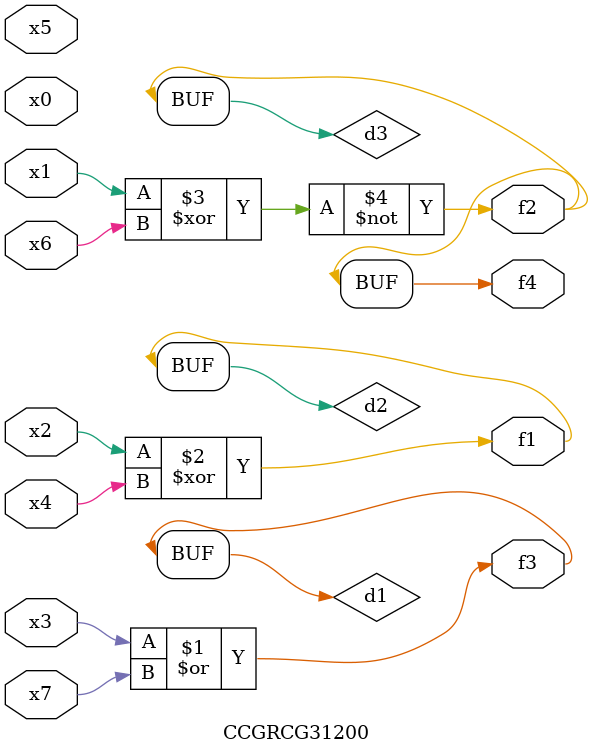
<source format=v>
module CCGRCG31200(
	input x0, x1, x2, x3, x4, x5, x6, x7,
	output f1, f2, f3, f4
);

	wire d1, d2, d3;

	or (d1, x3, x7);
	xor (d2, x2, x4);
	xnor (d3, x1, x6);
	assign f1 = d2;
	assign f2 = d3;
	assign f3 = d1;
	assign f4 = d3;
endmodule

</source>
